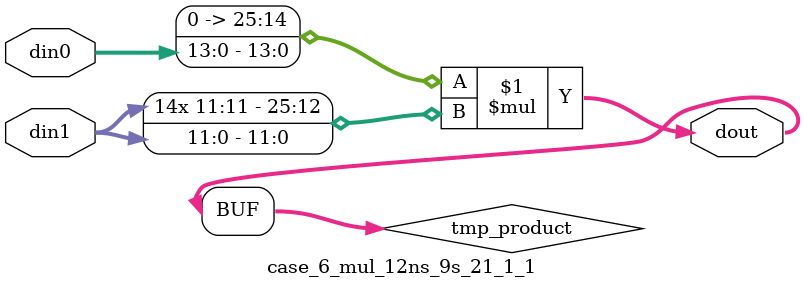
<source format=v>

`timescale 1 ns / 1 ps

 (* use_dsp = "no" *)  module case_6_mul_12ns_9s_21_1_1(din0, din1, dout);
parameter ID = 1;
parameter NUM_STAGE = 0;
parameter din0_WIDTH = 14;
parameter din1_WIDTH = 12;
parameter dout_WIDTH = 26;

input [din0_WIDTH - 1 : 0] din0; 
input [din1_WIDTH - 1 : 0] din1; 
output [dout_WIDTH - 1 : 0] dout;

wire signed [dout_WIDTH - 1 : 0] tmp_product;

























assign tmp_product = $signed({1'b0, din0}) * $signed(din1);










assign dout = tmp_product;





















endmodule

</source>
